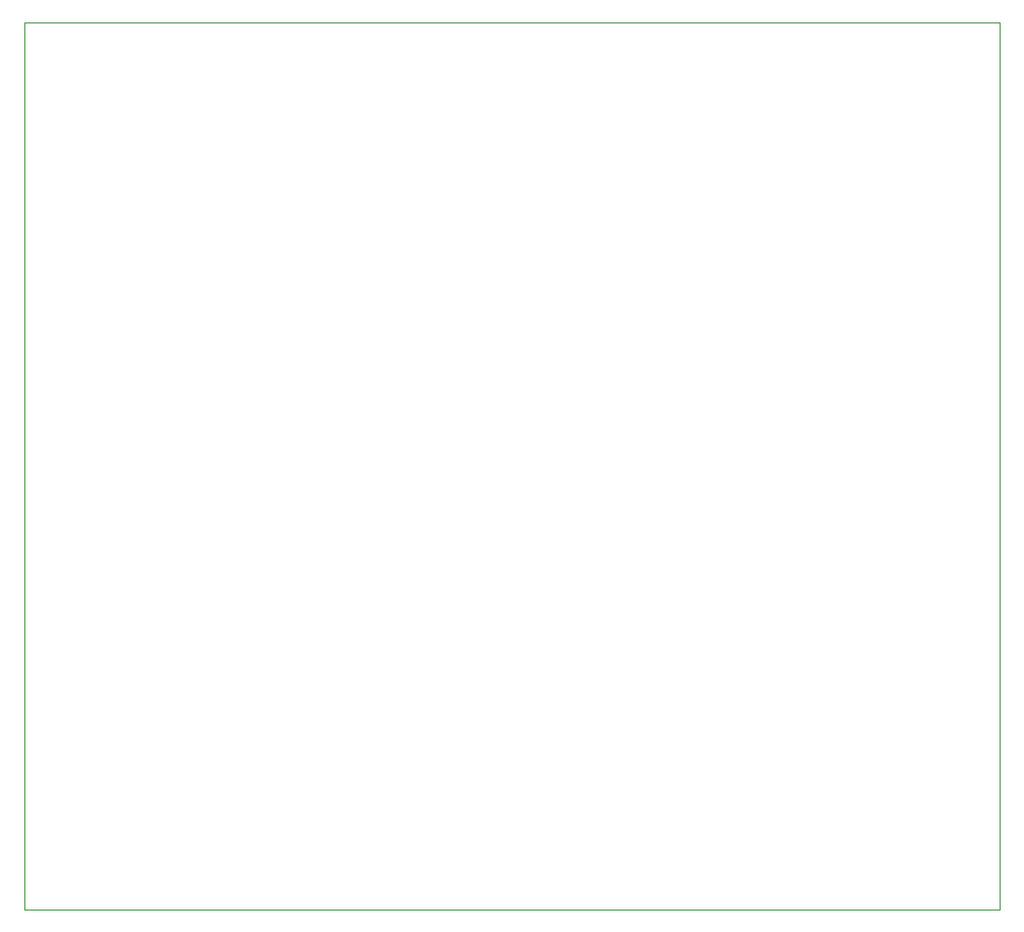
<source format=gm1>
G04 #@! TF.GenerationSoftware,KiCad,Pcbnew,9.0.7*
G04 #@! TF.CreationDate,2026-02-07T16:10:57+01:00*
G04 #@! TF.ProjectId,keyboard,6b657962-6f61-4726-942e-6b696361645f,rev?*
G04 #@! TF.SameCoordinates,Original*
G04 #@! TF.FileFunction,Profile,NP*
%FSLAX46Y46*%
G04 Gerber Fmt 4.6, Leading zero omitted, Abs format (unit mm)*
G04 Created by KiCad (PCBNEW 9.0.7) date 2026-02-07 16:10:57*
%MOMM*%
%LPD*%
G01*
G04 APERTURE LIST*
G04 #@! TA.AperFunction,Profile*
%ADD10C,0.050000*%
G04 #@! TD*
G04 APERTURE END LIST*
D10*
X118750000Y-24512158D02*
X203268291Y-24512158D01*
X203268291Y-101500000D01*
X118750000Y-101500000D01*
X118750000Y-24512158D01*
M02*

</source>
